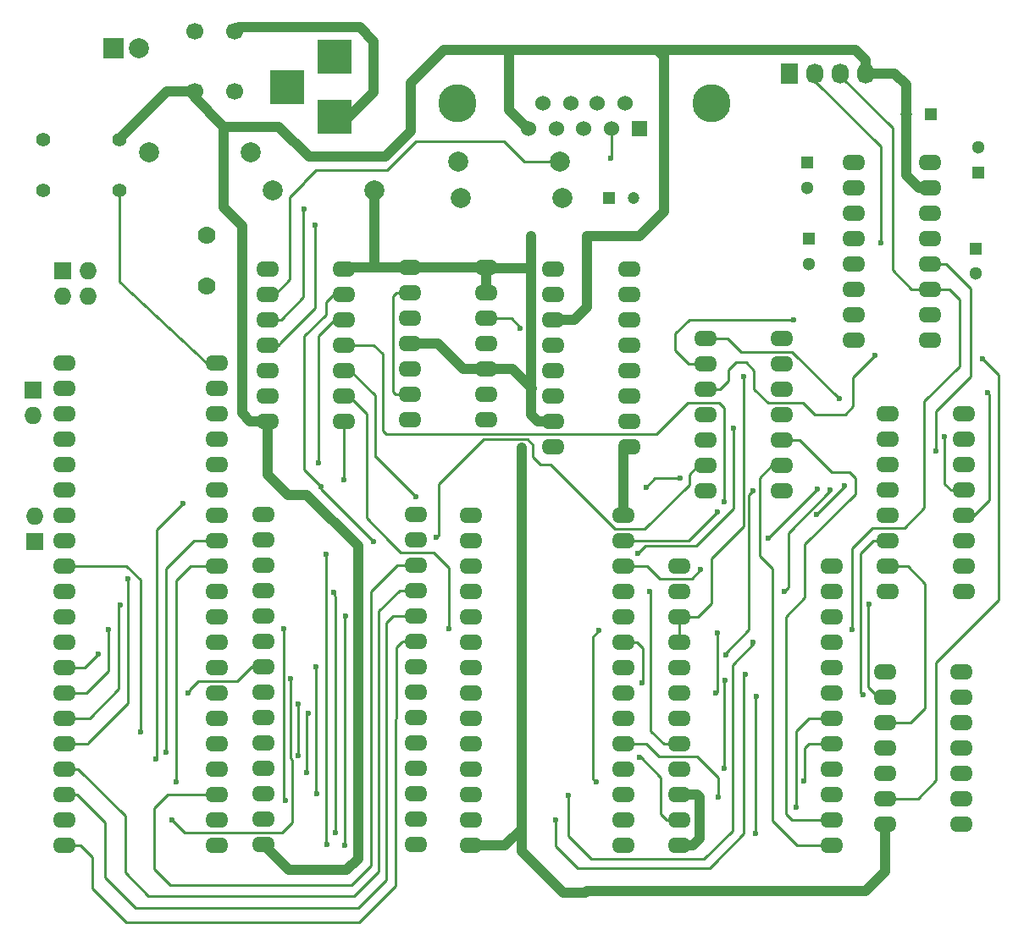
<source format=gbr>
%TF.GenerationSoftware,KiCad,Pcbnew,(6.0.2)*%
%TF.CreationDate,2022-05-20T20:48:01-04:00*%
%TF.ProjectId,MicroUK101,4d696372-6f55-44b3-9130-312e6b696361,rev?*%
%TF.SameCoordinates,Original*%
%TF.FileFunction,Copper,L2,Bot*%
%TF.FilePolarity,Positive*%
%FSLAX46Y46*%
G04 Gerber Fmt 4.6, Leading zero omitted, Abs format (unit mm)*
G04 Created by KiCad (PCBNEW (6.0.2)) date 2022-05-20 20:48:01*
%MOMM*%
%LPD*%
G01*
G04 APERTURE LIST*
%TA.AperFunction,ComponentPad*%
%ADD10R,1.200000X1.200000*%
%TD*%
%TA.AperFunction,ComponentPad*%
%ADD11C,1.200000*%
%TD*%
%TA.AperFunction,ComponentPad*%
%ADD12R,3.500120X3.500120*%
%TD*%
%TA.AperFunction,ComponentPad*%
%ADD13R,1.727200X1.727200*%
%TD*%
%TA.AperFunction,ComponentPad*%
%ADD14O,1.727200X1.727200*%
%TD*%
%TA.AperFunction,ComponentPad*%
%ADD15C,1.998980*%
%TD*%
%TA.AperFunction,ComponentPad*%
%ADD16C,1.397000*%
%TD*%
%TA.AperFunction,ComponentPad*%
%ADD17O,2.300000X1.600000*%
%TD*%
%TA.AperFunction,ComponentPad*%
%ADD18C,1.778000*%
%TD*%
%TA.AperFunction,ComponentPad*%
%ADD19R,2.000000X2.000000*%
%TD*%
%TA.AperFunction,ComponentPad*%
%ADD20C,2.000000*%
%TD*%
%TA.AperFunction,ComponentPad*%
%ADD21R,1.300000X1.300000*%
%TD*%
%TA.AperFunction,ComponentPad*%
%ADD22C,1.300000*%
%TD*%
%TA.AperFunction,ComponentPad*%
%ADD23C,1.700000*%
%TD*%
%TA.AperFunction,ComponentPad*%
%ADD24R,1.727200X2.032000*%
%TD*%
%TA.AperFunction,ComponentPad*%
%ADD25O,1.727200X2.032000*%
%TD*%
%TA.AperFunction,ComponentPad*%
%ADD26C,3.810000*%
%TD*%
%TA.AperFunction,ComponentPad*%
%ADD27R,1.524000X1.524000*%
%TD*%
%TA.AperFunction,ComponentPad*%
%ADD28C,1.524000*%
%TD*%
%TA.AperFunction,ViaPad*%
%ADD29C,0.600000*%
%TD*%
%TA.AperFunction,Conductor*%
%ADD30C,1.000000*%
%TD*%
%TA.AperFunction,Conductor*%
%ADD31C,0.250000*%
%TD*%
%TA.AperFunction,Conductor*%
%ADD32C,0.300000*%
%TD*%
G04 APERTURE END LIST*
D10*
%TO.P,C5,1*%
%TO.N,5V*%
X124460000Y-47447200D03*
D11*
%TO.P,C5,2*%
%TO.N,GND*%
X121960000Y-47447200D03*
%TD*%
D10*
%TO.P,C6,1*%
%TO.N,Net-(C6-Pad1)*%
X92252800Y-55829200D03*
D11*
%TO.P,C6,2*%
%TO.N,Net-(C6-Pad2)*%
X94752800Y-55829200D03*
%TD*%
D12*
%TO.P,CON1,1*%
%TO.N,Net-(CON1-Pad1)*%
X64820800Y-47754540D03*
%TO.P,CON1,2*%
%TO.N,Net-(CON1-Pad2)*%
X64820800Y-41755060D03*
%TO.P,CON1,3*%
%TO.N,unconnected-(CON1-Pad3)*%
X60121800Y-44754800D03*
%TD*%
D13*
%TO.P,P1,1,P1*%
%TO.N,CLOCK*%
X37642800Y-63144400D03*
D14*
%TO.P,P1,2,P2*%
%TO.N,2MHz*%
X40182800Y-63144400D03*
%TO.P,P1,3,P3*%
%TO.N,CLOCK*%
X37642800Y-65684400D03*
%TO.P,P1,4,P4*%
%TO.N,1MHz*%
X40182800Y-65684400D03*
%TD*%
D15*
%TO.P,R1,1*%
%TO.N,5V*%
X68834000Y-55067200D03*
%TO.P,R1,2*%
%TO.N,RESET*%
X58674000Y-55067200D03*
%TD*%
%TO.P,R2,1*%
%TO.N,Net-(C6-Pad2)*%
X87376000Y-52222400D03*
%TO.P,R2,2*%
%TO.N,Net-(R2-Pad2)*%
X77216000Y-52222400D03*
%TD*%
%TO.P,R3,1*%
%TO.N,Net-(R3-Pad1)*%
X77470000Y-55880000D03*
%TO.P,R3,2*%
%TO.N,Net-(C6-Pad1)*%
X87630000Y-55880000D03*
%TD*%
D16*
%TO.P,SW1,1,1*%
%TO.N,RESET*%
X35712400Y-55067200D03*
X43332400Y-55067200D03*
%TO.P,SW1,2,2*%
%TO.N,GND*%
X43332400Y-49987200D03*
X35712400Y-49987200D03*
%TD*%
D17*
%TO.P,U1,1,VSS*%
%TO.N,VSS*%
X37846000Y-72390000D03*
%TO.P,U1,2,RDY*%
%TO.N,5V*%
X37846000Y-74930000D03*
%TO.P,U1,3,01*%
%TO.N,unconnected-(U1-Pad3)*%
X37846000Y-77470000D03*
%TO.P,U1,4,~{IRQ}*%
%TO.N,~{IRQ}*%
X37846000Y-80010000D03*
%TO.P,U1,5,NC*%
%TO.N,unconnected-(U1-Pad5)*%
X37846000Y-82550000D03*
%TO.P,U1,6,~{NMI}*%
%TO.N,~{NMI}*%
X37846000Y-85090000D03*
%TO.P,U1,7,SYNC*%
%TO.N,unconnected-(U1-Pad7)*%
X37846000Y-87630000D03*
%TO.P,U1,8,Vcc*%
%TO.N,5V*%
X37846000Y-90170000D03*
%TO.P,U1,9,A0*%
%TO.N,A0*%
X37846000Y-92710000D03*
%TO.P,U1,10,A1*%
%TO.N,A1*%
X37846000Y-95250000D03*
%TO.P,U1,11,A2*%
%TO.N,A2*%
X37846000Y-97790000D03*
%TO.P,U1,12,A3*%
%TO.N,A3*%
X37846000Y-100330000D03*
%TO.P,U1,13,A4*%
%TO.N,A4*%
X37846000Y-102870000D03*
%TO.P,U1,14,A5*%
%TO.N,A5*%
X37846000Y-105410000D03*
%TO.P,U1,15,A6*%
%TO.N,A6*%
X37846000Y-107950000D03*
%TO.P,U1,16,A7*%
%TO.N,A7*%
X37846000Y-110490000D03*
%TO.P,U1,17,A8*%
%TO.N,A8*%
X37846000Y-113030000D03*
%TO.P,U1,18,A9*%
%TO.N,A9*%
X37846000Y-115570000D03*
%TO.P,U1,19,A10*%
%TO.N,A10*%
X37846000Y-118110000D03*
%TO.P,U1,20,A11*%
%TO.N,A11*%
X37846000Y-120650000D03*
%TO.P,U1,21,GND*%
%TO.N,GND*%
X53086000Y-120650000D03*
%TO.P,U1,22,A12*%
%TO.N,A12*%
X53086000Y-118110000D03*
%TO.P,U1,23,A13*%
%TO.N,A13*%
X53086000Y-115570000D03*
%TO.P,U1,24,A14*%
%TO.N,A14*%
X53086000Y-113030000D03*
%TO.P,U1,25,A15*%
%TO.N,A15*%
X53086000Y-110490000D03*
%TO.P,U1,26,D7*%
%TO.N,D7*%
X53086000Y-107950000D03*
%TO.P,U1,27,D6*%
%TO.N,D6*%
X53086000Y-105410000D03*
%TO.P,U1,28,D5*%
%TO.N,D5*%
X53086000Y-102870000D03*
%TO.P,U1,29,D4*%
%TO.N,D4*%
X53086000Y-100330000D03*
%TO.P,U1,30,D3*%
%TO.N,D3*%
X53086000Y-97790000D03*
%TO.P,U1,31,D2*%
%TO.N,D2*%
X53086000Y-95250000D03*
%TO.P,U1,32,D1*%
%TO.N,D1*%
X53086000Y-92710000D03*
%TO.P,U1,33,D0*%
%TO.N,D0*%
X53086000Y-90170000D03*
%TO.P,U1,34,R/~{W}*%
%TO.N,R{slash}~{W}*%
X53086000Y-87630000D03*
%TO.P,U1,35,NC*%
%TO.N,unconnected-(U1-Pad35)*%
X53086000Y-85090000D03*
%TO.P,U1,36,NC*%
%TO.N,unconnected-(U1-Pad36)*%
X53086000Y-82550000D03*
%TO.P,U1,37,00*%
%TO.N,CLOCK*%
X53086000Y-80010000D03*
%TO.P,U1,38,SO*%
%TO.N,unconnected-(U1-Pad38)*%
X53086000Y-77470000D03*
%TO.P,U1,39,02*%
%TO.N,Phi2*%
X53086000Y-74930000D03*
%TO.P,U1,40,~{RESET}*%
%TO.N,RESET*%
X53086000Y-72390000D03*
%TD*%
%TO.P,U4,1,C1+*%
%TO.N,Net-(C1-Pad1)*%
X116738400Y-52324000D03*
%TO.P,U4,2,V+*%
%TO.N,Net-(C3-Pad1)*%
X116738400Y-54864000D03*
%TO.P,U4,3,C1-*%
%TO.N,Net-(C1-Pad2)*%
X116738400Y-57404000D03*
%TO.P,U4,4,C2+*%
%TO.N,Net-(C2-Pad1)*%
X116738400Y-59944000D03*
%TO.P,U4,5,C2-*%
%TO.N,Net-(C2-Pad2)*%
X116738400Y-62484000D03*
%TO.P,U4,6,V-*%
%TO.N,Net-(C4-Pad2)*%
X116738400Y-65024000D03*
%TO.P,U4,7,T2OUT*%
%TO.N,unconnected-(U4-Pad7)*%
X116738400Y-67564000D03*
%TO.P,U4,8,R2IN*%
%TO.N,unconnected-(U4-Pad8)*%
X116738400Y-70104000D03*
%TO.P,U4,9,R2OUT*%
%TO.N,unconnected-(U4-Pad9)*%
X124358400Y-70104000D03*
%TO.P,U4,10,T2IN*%
%TO.N,unconnected-(U4-Pad10)*%
X124358400Y-67564000D03*
%TO.P,U4,11,T1IN*%
%TO.N,TTL_Tx*%
X124358400Y-65024000D03*
%TO.P,U4,12,R1OUT*%
%TO.N,TTL_Rx*%
X124358400Y-62484000D03*
%TO.P,U4,13,R1IN*%
%TO.N,Rx*%
X124358400Y-59944000D03*
%TO.P,U4,14,T1OUT*%
%TO.N,Tx*%
X124358400Y-57404000D03*
%TO.P,U4,15,GND*%
%TO.N,GND*%
X124358400Y-54864000D03*
%TO.P,U4,16,VCC*%
%TO.N,5V*%
X124358400Y-52324000D03*
%TD*%
%TO.P,U6,1*%
%TO.N,Net-(R2-Pad2)*%
X58166000Y-62941200D03*
%TO.P,U6,2*%
%TO.N,Net-(C6-Pad2)*%
X58166000Y-65481200D03*
%TO.P,U6,3*%
%TO.N,Net-(C6-Pad1)*%
X58166000Y-68021200D03*
%TO.P,U6,4*%
%TO.N,Net-(R3-Pad1)*%
X58166000Y-70561200D03*
%TO.P,U6,5*%
X58166000Y-73101200D03*
%TO.P,U6,6*%
%TO.N,4MHz*%
X58166000Y-75641200D03*
%TO.P,U6,7,GND*%
%TO.N,GND*%
X58166000Y-78181200D03*
%TO.P,U6,8*%
%TO.N,Net-(U11-Pad2)*%
X65786000Y-78181200D03*
%TO.P,U6,9*%
%TO.N,A11*%
X65786000Y-75641200D03*
%TO.P,U6,10*%
%TO.N,CS_ACIA*%
X65786000Y-73101200D03*
%TO.P,U6,11*%
%TO.N,Fxxx*%
X65786000Y-70561200D03*
%TO.P,U6,12*%
%TO.N,Net-(U10-Pad4)*%
X65786000Y-68021200D03*
%TO.P,U6,13*%
%TO.N,R{slash}~{W}*%
X65786000Y-65481200D03*
%TO.P,U6,14,VCC*%
%TO.N,5V*%
X65786000Y-62941200D03*
%TD*%
%TO.P,U7,1,~{MR}*%
%TO.N,Net-(U10-Pad11)*%
X86664800Y-62941200D03*
%TO.P,U7,2,Cp*%
%TO.N,4MHz*%
X86664800Y-65481200D03*
%TO.P,U7,3,P0*%
%TO.N,GND*%
X86664800Y-68021200D03*
%TO.P,U7,4,P1*%
X86664800Y-70561200D03*
%TO.P,U7,5,P2*%
X86664800Y-73101200D03*
%TO.P,U7,6,P3*%
X86664800Y-75641200D03*
%TO.P,U7,7,Cep*%
%TO.N,5V*%
X86664800Y-78181200D03*
%TO.P,U7,8,GND*%
%TO.N,GND*%
X86664800Y-80721200D03*
%TO.P,U7,9,~{Pe}*%
%TO.N,5V*%
X94284800Y-80721200D03*
%TO.P,U7,10,Cet*%
X94284800Y-78181200D03*
%TO.P,U7,11,Q3*%
%TO.N,BAUDCLK*%
X94284800Y-75641200D03*
%TO.P,U7,12,Q2*%
%TO.N,Net-(U10-Pad12)*%
X94284800Y-73101200D03*
%TO.P,U7,13,Q1*%
%TO.N,unconnected-(U7-Pad13)*%
X94284800Y-70561200D03*
%TO.P,U7,14,Q0*%
%TO.N,unconnected-(U7-Pad14)*%
X94284800Y-68021200D03*
%TO.P,U7,15,Tc*%
%TO.N,unconnected-(U7-Pad15)*%
X94284800Y-65481200D03*
%TO.P,U7,16,VCC*%
%TO.N,5V*%
X94284800Y-62941200D03*
%TD*%
%TO.P,U8,1,Cd*%
%TO.N,5V*%
X72390000Y-62839600D03*
%TO.P,U8,2,D*%
%TO.N,2MHz*%
X72390000Y-65379600D03*
%TO.P,U8,3,Cp*%
%TO.N,4MHz*%
X72390000Y-67919600D03*
%TO.P,U8,4,Sd*%
%TO.N,5V*%
X72390000Y-70459600D03*
%TO.P,U8,5,Q*%
%TO.N,unconnected-(U8-Pad5)*%
X72390000Y-72999600D03*
%TO.P,U8,6,~{Q}*%
%TO.N,2MHz*%
X72390000Y-75539600D03*
%TO.P,U8,7,GND*%
%TO.N,GND*%
X72390000Y-78079600D03*
%TO.P,U8,8,~{Q}*%
%TO.N,1MHz*%
X80010000Y-78079600D03*
%TO.P,U8,9,Q*%
%TO.N,unconnected-(U8-Pad9)*%
X80010000Y-75539600D03*
%TO.P,U8,10,Sd*%
%TO.N,5V*%
X80010000Y-72999600D03*
%TO.P,U8,11,Cp*%
%TO.N,2MHz*%
X80010000Y-70459600D03*
%TO.P,U8,12,D*%
%TO.N,1MHz*%
X80010000Y-67919600D03*
%TO.P,U8,13,Cd*%
%TO.N,5V*%
X80010000Y-65379600D03*
%TO.P,U8,14,VCC*%
X80010000Y-62839600D03*
%TD*%
%TO.P,U9,1,A0*%
%TO.N,A12*%
X120142000Y-77470000D03*
%TO.P,U9,2,A1*%
%TO.N,A13*%
X120142000Y-80010000D03*
%TO.P,U9,3,A2*%
%TO.N,A14*%
X120142000Y-82550000D03*
%TO.P,U9,4,E1*%
%TO.N,GND*%
X120142000Y-85090000D03*
%TO.P,U9,5,E2*%
X120142000Y-87630000D03*
%TO.P,U9,6,E3*%
%TO.N,A15*%
X120142000Y-90170000D03*
%TO.P,U9,7,O7*%
%TO.N,Fxxx*%
X120142000Y-92710000D03*
%TO.P,U9,8,GND*%
%TO.N,GND*%
X120142000Y-95250000D03*
%TO.P,U9,9,O6*%
%TO.N,Exxx*%
X127762000Y-95250000D03*
%TO.P,U9,10,O5*%
%TO.N,Dxxx*%
X127762000Y-92710000D03*
%TO.P,U9,11,O4*%
%TO.N,Cxxx*%
X127762000Y-90170000D03*
%TO.P,U9,12,O3*%
%TO.N,Bxxx*%
X127762000Y-87630000D03*
%TO.P,U9,13,O2*%
%TO.N,Axxx*%
X127762000Y-85090000D03*
%TO.P,U9,14,O1*%
%TO.N,9xxx*%
X127762000Y-82550000D03*
%TO.P,U9,15,O0*%
%TO.N,8xxx*%
X127762000Y-80010000D03*
%TO.P,U9,16,VCC*%
%TO.N,5V*%
X127762000Y-77470000D03*
%TD*%
%TO.P,U10,1*%
%TO.N,Axxx*%
X101955600Y-69951600D03*
%TO.P,U10,2*%
%TO.N,Bxxx*%
X101955600Y-72491600D03*
%TO.P,U10,3*%
%TO.N,Net-(U10-Pad3)*%
X101955600Y-75031600D03*
%TO.P,U10,4*%
%TO.N,Net-(U10-Pad4)*%
X101955600Y-77571600D03*
%TO.P,U10,5*%
%TO.N,Phi2*%
X101955600Y-80111600D03*
%TO.P,U10,6*%
%TO.N,~{WRITE}*%
X101955600Y-82651600D03*
%TO.P,U10,7,GND*%
%TO.N,GND*%
X101955600Y-85191600D03*
%TO.P,U10,8*%
%TO.N,~{READ}*%
X109575600Y-85191600D03*
%TO.P,U10,9*%
%TO.N,R{slash}~{W}*%
X109575600Y-82651600D03*
%TO.P,U10,10*%
%TO.N,Phi2*%
X109575600Y-80111600D03*
%TO.P,U10,11*%
%TO.N,Net-(U10-Pad11)*%
X109575600Y-77571600D03*
%TO.P,U10,12*%
%TO.N,Net-(U10-Pad12)*%
X109575600Y-75031600D03*
%TO.P,U10,13*%
%TO.N,BAUDCLK*%
X109575600Y-72491600D03*
%TO.P,U10,14,VCC*%
%TO.N,5V*%
X109575600Y-69951600D03*
%TD*%
%TO.P,U11,1*%
%TO.N,Net-(U11-Pad1)*%
X119888000Y-103276400D03*
%TO.P,U11,2*%
%TO.N,Net-(U11-Pad2)*%
X119888000Y-105816400D03*
%TO.P,U11,3*%
%TO.N,Fxxx*%
X119888000Y-108356400D03*
%TO.P,U11,4*%
%TO.N,CS_ROM*%
X119888000Y-110896400D03*
%TO.P,U11,5*%
%TO.N,Net-(U11-Pad1)*%
X119888000Y-113436400D03*
%TO.P,U11,6*%
%TO.N,Net-(U10-Pad3)*%
X119888000Y-115976400D03*
%TO.P,U11,7,GND*%
%TO.N,GND*%
X119888000Y-118516400D03*
%TO.P,U11,8*%
%TO.N,unconnected-(U11-Pad8)*%
X127508000Y-118516400D03*
%TO.P,U11,9*%
%TO.N,unconnected-(U11-Pad9)*%
X127508000Y-115976400D03*
%TO.P,U11,10*%
%TO.N,unconnected-(U11-Pad10)*%
X127508000Y-113436400D03*
%TO.P,U11,11*%
%TO.N,unconnected-(U11-Pad11)*%
X127508000Y-110896400D03*
%TO.P,U11,12*%
%TO.N,unconnected-(U11-Pad12)*%
X127508000Y-108356400D03*
%TO.P,U11,13*%
%TO.N,unconnected-(U11-Pad13)*%
X127508000Y-105816400D03*
%TO.P,U11,14,VCC*%
%TO.N,5V*%
X127508000Y-103276400D03*
%TD*%
D18*
%TO.P,X1,1,1*%
%TO.N,Net-(R2-Pad2)*%
X52070000Y-59588400D03*
%TO.P,X1,2,2*%
%TO.N,Net-(R3-Pad1)*%
X52070000Y-64668400D03*
%TD*%
D17*
%TO.P,U2,1,A14*%
%TO.N,A14*%
X57759600Y-87528400D03*
%TO.P,U2,2,A12*%
%TO.N,A12*%
X57759600Y-90068400D03*
%TO.P,U2,3,A7*%
%TO.N,A7*%
X57759600Y-92608400D03*
%TO.P,U2,4,A6*%
%TO.N,A6*%
X57759600Y-95148400D03*
%TO.P,U2,5,A5*%
%TO.N,A5*%
X57759600Y-97688400D03*
%TO.P,U2,6,A4*%
%TO.N,A4*%
X57759600Y-100228400D03*
%TO.P,U2,7,A3*%
%TO.N,A3*%
X57759600Y-102768400D03*
%TO.P,U2,8,A2*%
%TO.N,A2*%
X57759600Y-105308400D03*
%TO.P,U2,9,A1*%
%TO.N,A1*%
X57759600Y-107848400D03*
%TO.P,U2,10,A0*%
%TO.N,A0*%
X57759600Y-110388400D03*
%TO.P,U2,11,D0*%
%TO.N,D0*%
X57759600Y-112928400D03*
%TO.P,U2,12,D1*%
%TO.N,D1*%
X57759600Y-115468400D03*
%TO.P,U2,13,D2*%
%TO.N,D2*%
X57759600Y-118008400D03*
%TO.P,U2,14,GND*%
%TO.N,GND*%
X57759600Y-120548400D03*
%TO.P,U2,15,D3*%
%TO.N,D3*%
X72999600Y-120548400D03*
%TO.P,U2,16,D4*%
%TO.N,D4*%
X72999600Y-118008400D03*
%TO.P,U2,17,D5*%
%TO.N,D5*%
X72999600Y-115468400D03*
%TO.P,U2,18,D6*%
%TO.N,D6*%
X72999600Y-112928400D03*
%TO.P,U2,19,D7*%
%TO.N,D7*%
X72999600Y-110388400D03*
%TO.P,U2,20,~{CS}*%
%TO.N,A15*%
X72999600Y-107848400D03*
%TO.P,U2,21,A10*%
%TO.N,A10*%
X72999600Y-105308400D03*
%TO.P,U2,22,~{OE}*%
%TO.N,~{READ}*%
X72999600Y-102768400D03*
%TO.P,U2,23,A11*%
%TO.N,A11*%
X72999600Y-100228400D03*
%TO.P,U2,24,A9*%
%TO.N,A9*%
X72999600Y-97688400D03*
%TO.P,U2,25,A8*%
%TO.N,A8*%
X72999600Y-95148400D03*
%TO.P,U2,26,A13*%
%TO.N,A13*%
X72999600Y-92608400D03*
%TO.P,U2,27,~{WE}*%
%TO.N,~{WRITE}*%
X72999600Y-90068400D03*
%TO.P,U2,28,VCC*%
%TO.N,5V*%
X72999600Y-87528400D03*
%TD*%
%TO.P,U3,1,VPP*%
%TO.N,5V*%
X78435200Y-87630000D03*
%TO.P,U3,2,A12*%
%TO.N,A12*%
X78435200Y-90170000D03*
%TO.P,U3,3,A7*%
%TO.N,A7*%
X78435200Y-92710000D03*
%TO.P,U3,4,A6*%
%TO.N,A6*%
X78435200Y-95250000D03*
%TO.P,U3,5,A5*%
%TO.N,A5*%
X78435200Y-97790000D03*
%TO.P,U3,6,A4*%
%TO.N,A4*%
X78435200Y-100330000D03*
%TO.P,U3,7,A3*%
%TO.N,A3*%
X78435200Y-102870000D03*
%TO.P,U3,8,A2*%
%TO.N,A2*%
X78435200Y-105410000D03*
%TO.P,U3,9,A1*%
%TO.N,A1*%
X78435200Y-107950000D03*
%TO.P,U3,10,A0*%
%TO.N,A0*%
X78435200Y-110490000D03*
%TO.P,U3,11,D0*%
%TO.N,D0*%
X78435200Y-113030000D03*
%TO.P,U3,12,D1*%
%TO.N,D1*%
X78435200Y-115570000D03*
%TO.P,U3,13,D2*%
%TO.N,D2*%
X78435200Y-118110000D03*
%TO.P,U3,14,GND*%
%TO.N,GND*%
X78435200Y-120650000D03*
%TO.P,U3,15,D3*%
%TO.N,D3*%
X93675200Y-120650000D03*
%TO.P,U3,16,D4*%
%TO.N,D4*%
X93675200Y-118110000D03*
%TO.P,U3,17,D5*%
%TO.N,D5*%
X93675200Y-115570000D03*
%TO.P,U3,18,D6*%
%TO.N,D6*%
X93675200Y-113030000D03*
%TO.P,U3,19,D7*%
%TO.N,D7*%
X93675200Y-110490000D03*
%TO.P,U3,20,CE*%
%TO.N,CS_ROM*%
X93675200Y-107950000D03*
%TO.P,U3,21,A10*%
%TO.N,A10*%
X93675200Y-105410000D03*
%TO.P,U3,22,OE*%
%TO.N,~{READ}*%
X93675200Y-102870000D03*
%TO.P,U3,23,A11*%
%TO.N,A11*%
X93675200Y-100330000D03*
%TO.P,U3,24,A9*%
%TO.N,A9*%
X93675200Y-97790000D03*
%TO.P,U3,25,A8*%
%TO.N,A8*%
X93675200Y-95250000D03*
%TO.P,U3,26,A13*%
%TO.N,A13*%
X93675200Y-92710000D03*
%TO.P,U3,27,A14*%
%TO.N,A14*%
X93675200Y-90170000D03*
%TO.P,U3,28,VCC*%
%TO.N,5V*%
X93675200Y-87630000D03*
%TD*%
%TO.P,U5,1,GND*%
%TO.N,GND*%
X99263200Y-92710000D03*
%TO.P,U5,2,Rx*%
%TO.N,TTL_Rx*%
X99263200Y-95250000D03*
%TO.P,U5,3,RxClk*%
%TO.N,BAUDCLK*%
X99263200Y-97790000D03*
%TO.P,U5,4,TxClk*%
X99263200Y-100330000D03*
%TO.P,U5,5,~{RTS}*%
%TO.N,unconnected-(U5-Pad5)*%
X99263200Y-102870000D03*
%TO.P,U5,6,Tx*%
%TO.N,TTL_Tx*%
X99263200Y-105410000D03*
%TO.P,U5,7,~{IRQ}*%
%TO.N,unconnected-(U5-Pad7)*%
X99263200Y-107950000D03*
%TO.P,U5,8,CS0*%
%TO.N,CS_ACIA*%
X99263200Y-110490000D03*
%TO.P,U5,9,~{CS2}*%
%TO.N,A11*%
X99263200Y-113030000D03*
%TO.P,U5,10,CS1*%
%TO.N,5V*%
X99263200Y-115570000D03*
%TO.P,U5,11,RS*%
%TO.N,A0*%
X99263200Y-118110000D03*
%TO.P,U5,12,Vcc*%
%TO.N,5V*%
X99263200Y-120650000D03*
%TO.P,U5,13,R/~{W}*%
%TO.N,R{slash}~{W}*%
X114503200Y-120650000D03*
%TO.P,U5,14,E*%
%TO.N,Phi2*%
X114503200Y-118110000D03*
%TO.P,U5,15,D7*%
%TO.N,D7*%
X114503200Y-115570000D03*
%TO.P,U5,16,D6*%
%TO.N,D6*%
X114503200Y-113030000D03*
%TO.P,U5,17,D5*%
%TO.N,D5*%
X114503200Y-110490000D03*
%TO.P,U5,18,D4*%
%TO.N,D4*%
X114503200Y-107950000D03*
%TO.P,U5,19,D3*%
%TO.N,D3*%
X114503200Y-105410000D03*
%TO.P,U5,20,D2*%
%TO.N,D2*%
X114503200Y-102870000D03*
%TO.P,U5,21,D1*%
%TO.N,D1*%
X114503200Y-100330000D03*
%TO.P,U5,22,D0*%
%TO.N,D0*%
X114503200Y-97790000D03*
%TO.P,U5,23,~{DCD}*%
%TO.N,GND*%
X114503200Y-95250000D03*
%TO.P,U5,24,~{CTS}*%
X114503200Y-92710000D03*
%TD*%
D19*
%TO.P,D1,1,K*%
%TO.N,GND*%
X42722800Y-40894000D03*
D20*
%TO.P,D1,2,A*%
%TO.N,Net-(D1-Pad2)*%
X45262800Y-40894000D03*
%TD*%
D15*
%TO.P,R4,1*%
%TO.N,5V*%
X56489600Y-51308000D03*
%TO.P,R4,2*%
%TO.N,Net-(D1-Pad2)*%
X46329600Y-51308000D03*
%TD*%
D21*
%TO.P,C1,1*%
%TO.N,Net-(C1-Pad1)*%
X112115600Y-52324000D03*
D22*
%TO.P,C1,2*%
%TO.N,Net-(C1-Pad2)*%
X112115600Y-54824000D03*
%TD*%
D21*
%TO.P,C2,1*%
%TO.N,Net-(C2-Pad1)*%
X112217200Y-59944000D03*
D22*
%TO.P,C2,2*%
%TO.N,Net-(C2-Pad2)*%
X112217200Y-62444000D03*
%TD*%
D21*
%TO.P,C3,1*%
%TO.N,Net-(C3-Pad1)*%
X129184400Y-53289200D03*
D22*
%TO.P,C3,2*%
%TO.N,5V*%
X129184400Y-50789200D03*
%TD*%
D21*
%TO.P,C4,1*%
%TO.N,GND*%
X128930400Y-60909200D03*
D22*
%TO.P,C4,2*%
%TO.N,Net-(C4-Pad2)*%
X128930400Y-63409200D03*
%TD*%
D23*
%TO.P,SW2,1,1*%
%TO.N,GND*%
X50850800Y-45212000D03*
%TO.P,SW2,2,2*%
%TO.N,Net-(CON1-Pad2)*%
X50850800Y-39212000D03*
%TO.P,SW2,3,3*%
%TO.N,5V*%
X54850800Y-45212000D03*
%TO.P,SW2,4,4*%
%TO.N,Net-(CON1-Pad1)*%
X54850800Y-39212000D03*
%TD*%
D24*
%TO.P,P2,1,P1*%
%TO.N,5V*%
X110286800Y-43434000D03*
D25*
%TO.P,P2,2,P2*%
%TO.N,TTL_Rx*%
X112826800Y-43434000D03*
%TO.P,P2,3,P3*%
%TO.N,TTL_Tx*%
X115366800Y-43434000D03*
%TO.P,P2,4,P4*%
%TO.N,GND*%
X117906800Y-43434000D03*
%TD*%
D13*
%TO.P,P3,1,P1*%
%TO.N,5V*%
X34696400Y-75082400D03*
D14*
%TO.P,P3,2,P2*%
%TO.N,~{IRQ}*%
X34696400Y-77622400D03*
%TD*%
D13*
%TO.P,P4,1,P1*%
%TO.N,5V*%
X34848800Y-90220800D03*
D14*
%TO.P,P4,2,P2*%
%TO.N,~{NMI}*%
X34848800Y-87680800D03*
%TD*%
D26*
%TO.P,J1,*%
%TO.N,*%
X77139800Y-46380400D03*
X102539800Y-46380400D03*
D27*
%TO.P,J1,1,1*%
%TO.N,unconnected-(J1-Pad1)*%
X95300800Y-48920400D03*
D28*
%TO.P,J1,2,2*%
%TO.N,Rx*%
X92506800Y-48920400D03*
%TO.P,J1,3,3*%
%TO.N,Tx*%
X89712800Y-48920400D03*
%TO.P,J1,4,4*%
%TO.N,unconnected-(J1-Pad4)*%
X87045800Y-48920400D03*
%TO.P,J1,5,5*%
%TO.N,GND*%
X84251800Y-48920400D03*
%TO.P,J1,6,P6*%
%TO.N,unconnected-(J1-Pad6)*%
X93903800Y-46380400D03*
%TO.P,J1,7,P7*%
%TO.N,unconnected-(J1-Pad7)*%
X91109800Y-46380400D03*
%TO.P,J1,8,P8*%
%TO.N,unconnected-(J1-Pad8)*%
X88442800Y-46380400D03*
%TO.P,J1,9,P9*%
%TO.N,unconnected-(J1-Pad9)*%
X85648800Y-46380400D03*
%TD*%
D29*
%TO.N,Net-(C6-Pad1)*%
X61772800Y-56997600D03*
%TO.N,5V*%
X84480400Y-59690000D03*
%TO.N,GND*%
X83515200Y-80873600D03*
%TO.N,Rx*%
X92440800Y-51854400D03*
%TO.N,1MHz*%
X83413600Y-68884800D03*
%TO.N,Net-(R3-Pad1)*%
X62890400Y-58572400D03*
%TO.N,A0*%
X45415200Y-109270800D03*
X95300800Y-111861600D03*
%TO.N,A3*%
X50190400Y-105359200D03*
%TO.N,A4*%
X41198800Y-101498400D03*
%TO.N,A5*%
X42214800Y-99060000D03*
%TO.N,A6*%
X43383200Y-96570800D03*
%TO.N,A7*%
X44145200Y-93980000D03*
%TO.N,A10*%
X60452000Y-103987600D03*
X48564800Y-118059200D03*
%TO.N,A11*%
X103784400Y-112928400D03*
X103835200Y-104140000D03*
X95605600Y-104394000D03*
X76301600Y-98958400D03*
%TO.N,A12*%
X95148400Y-91389200D03*
X64058800Y-120548400D03*
X104698800Y-78892400D03*
X64008000Y-91541600D03*
%TO.N,A13*%
X113131600Y-84988400D03*
X108153200Y-89916000D03*
X101447600Y-93065600D03*
%TO.N,A14*%
X113030000Y-87528400D03*
X103124000Y-87274400D03*
X49682400Y-86410800D03*
X115824000Y-84683600D03*
X46990000Y-111963200D03*
%TO.N,A15*%
X62026800Y-113385600D03*
X62179200Y-107391200D03*
X117652800Y-105562400D03*
%TO.N,D7*%
X103174800Y-115773200D03*
%TO.N,D6*%
X61214000Y-106527600D03*
X61214000Y-111658400D03*
%TO.N,D5*%
X111760000Y-114198400D03*
X62941200Y-102768400D03*
X63042800Y-115468400D03*
%TO.N,D4*%
X110947200Y-116840000D03*
X59893200Y-116128800D03*
X59791600Y-98958400D03*
%TO.N,D3*%
X106934000Y-119430800D03*
X65938400Y-97688400D03*
X65887600Y-120599200D03*
X107035600Y-105714800D03*
%TO.N,D2*%
X86969600Y-118110000D03*
X105867200Y-103530400D03*
X64922400Y-119380000D03*
X64719200Y-95300800D03*
%TO.N,D1*%
X48971200Y-114300000D03*
X88239600Y-115671600D03*
X106680000Y-100330000D03*
%TO.N,D0*%
X91287600Y-99161600D03*
X90982800Y-114300000D03*
X48006000Y-111353600D03*
%TO.N,R{slash}~{W}*%
X68732400Y-90220800D03*
X99364800Y-83921600D03*
X63500000Y-84734400D03*
X96012000Y-84785200D03*
%TO.N,~{READ}*%
X106629200Y-85191600D03*
X103936800Y-101600000D03*
%TO.N,BAUDCLK*%
X105714800Y-73710800D03*
%TO.N,CS_ACIA*%
X96316800Y-95199200D03*
X72948800Y-85750400D03*
%TO.N,Net-(U11-Pad2)*%
X65786000Y-84074000D03*
X118262400Y-96520000D03*
%TO.N,Fxxx*%
X103784400Y-86258400D03*
%TO.N,Net-(U10-Pad4)*%
X63246000Y-82397600D03*
%TO.N,Bxxx*%
X130149600Y-75336400D03*
X110693200Y-68021200D03*
%TO.N,Axxx*%
X125831600Y-79756000D03*
X115265200Y-75946000D03*
%TO.N,Net-(U10-Pad3)*%
X129641600Y-71983600D03*
X118872000Y-71628000D03*
%TO.N,TTL_Rx*%
X119430800Y-60350400D03*
X114401600Y-85090000D03*
X109829600Y-95199200D03*
X124968000Y-81178400D03*
%TO.N,TTL_Tx*%
X116586000Y-99060000D03*
X102971600Y-105410000D03*
X103073200Y-99364800D03*
%TO.N,~{WRITE}*%
X75031600Y-89814400D03*
%TD*%
D30*
%TO.N,Net-(CON1-Pad1)*%
X68757800Y-40157400D02*
X67360800Y-38760400D01*
X68757800Y-45237400D02*
X68757800Y-40157400D01*
X61772800Y-38760400D02*
X67360800Y-38760400D01*
X68757800Y-45237400D02*
X66240660Y-47754540D01*
X55302400Y-38760400D02*
X54850800Y-39212000D01*
X61772800Y-38760400D02*
X55302400Y-38760400D01*
X66240660Y-47754540D02*
X64820800Y-47754540D01*
D31*
%TO.N,Fxxx*%
X103784400Y-76860400D02*
X103784400Y-86258400D01*
X97028000Y-79502000D02*
X100177600Y-76352400D01*
X100177600Y-76352400D02*
X103276400Y-76352400D01*
X70002400Y-79502000D02*
X97028000Y-79502000D01*
X69646800Y-79146400D02*
X70002400Y-79502000D01*
X69646800Y-71475600D02*
X69646800Y-79146400D01*
X68732400Y-70561200D02*
X69646800Y-71475600D01*
X103276400Y-76352400D02*
X103784400Y-76860400D01*
X65786000Y-70561200D02*
X68732400Y-70561200D01*
%TO.N,A14*%
X47040800Y-89052400D02*
X49682400Y-86410800D01*
%TO.N,Net-(C6-Pad1)*%
X61722000Y-65786000D02*
X61722000Y-60604400D01*
X61772800Y-56997600D02*
X61722000Y-56997600D01*
X58166000Y-68021200D02*
X59486800Y-68021200D01*
X61722000Y-60604400D02*
X61722000Y-56997600D01*
X59486800Y-68021200D02*
X61722000Y-65786000D01*
%TO.N,Net-(C6-Pad2)*%
X60350400Y-55778400D02*
X60350400Y-57556400D01*
X58877200Y-65481200D02*
X60350400Y-64008000D01*
X60350400Y-64008000D02*
X60350400Y-57556400D01*
X61798200Y-54330600D02*
X60350400Y-55778400D01*
X61798200Y-54279800D02*
X62992000Y-53086000D01*
X81737200Y-50190400D02*
X83769200Y-52222400D01*
X73101200Y-50190400D02*
X81737200Y-50190400D01*
X72999600Y-50190400D02*
X70104000Y-53086000D01*
X70104000Y-53086000D02*
X62992000Y-53086000D01*
X58166000Y-65481200D02*
X58877200Y-65481200D01*
X87376000Y-52222400D02*
X83769200Y-52222400D01*
X73101200Y-50190400D02*
X72999600Y-50190400D01*
X61798200Y-54330600D02*
X61798200Y-54279800D01*
D30*
%TO.N,5V*%
X100685600Y-120650000D02*
X101346000Y-119989600D01*
X101346000Y-119989600D02*
X101346000Y-115824000D01*
X101346000Y-115824000D02*
X101092000Y-115570000D01*
X101092000Y-115570000D02*
X99263200Y-115570000D01*
X86664800Y-78181200D02*
X85293200Y-78181200D01*
X84531200Y-74930000D02*
X82600800Y-72999600D01*
X82600800Y-72999600D02*
X80010000Y-72999600D01*
X84480400Y-66649600D02*
X84480400Y-74879200D01*
D31*
X84480400Y-74879200D02*
X84531200Y-74930000D01*
D30*
X77724000Y-72999600D02*
X75184000Y-70459600D01*
X75184000Y-70459600D02*
X72390000Y-70459600D01*
X85140800Y-78181200D02*
X84480400Y-77520800D01*
X84480400Y-77520800D02*
X84480400Y-74879200D01*
X94030800Y-80721200D02*
X93675200Y-81076800D01*
X93675200Y-81076800D02*
X93675200Y-87630000D01*
X68834000Y-62839600D02*
X72390000Y-62839600D01*
X68834000Y-62788800D02*
X68834000Y-62839600D01*
X65938400Y-62788800D02*
X65786000Y-62941200D01*
X80010000Y-62839600D02*
X80060800Y-62890400D01*
X80060800Y-62890400D02*
X84480400Y-62890400D01*
X84480400Y-62890400D02*
X84480400Y-59690000D01*
X68834000Y-55067200D02*
X68834000Y-62788800D01*
X80010000Y-65379600D02*
X80010000Y-62839600D01*
X72390000Y-62839600D02*
X80010000Y-62839600D01*
X68834000Y-62788800D02*
X65938400Y-62788800D01*
X84480400Y-66649600D02*
X84480400Y-62890400D01*
X99263200Y-120650000D02*
X100685600Y-120650000D01*
X85293200Y-78181200D02*
X85140800Y-78181200D01*
X80010000Y-72999600D02*
X77724000Y-72999600D01*
X94284800Y-80721200D02*
X94030800Y-80721200D01*
D31*
X86664800Y-78181200D02*
X85699600Y-78181200D01*
D30*
%TO.N,GND*%
X123240800Y-54864000D02*
X121960000Y-53583200D01*
X121960000Y-53583200D02*
X121960000Y-47447200D01*
X43332400Y-49936400D02*
X48056800Y-45212000D01*
X48056800Y-45212000D02*
X50850800Y-45212000D01*
X97739200Y-50088800D02*
X97739200Y-57251600D01*
X97739200Y-57251600D02*
X95300800Y-59690000D01*
X95300800Y-59690000D02*
X90068400Y-59690000D01*
X88798400Y-68021200D02*
X90068400Y-66751200D01*
X90068400Y-66751200D02*
X90068400Y-59690000D01*
X60299600Y-123088400D02*
X65989200Y-123088400D01*
X65989200Y-123088400D02*
X67208400Y-121970800D01*
X67208400Y-121970800D02*
X67208400Y-91287600D01*
X60198000Y-85547200D02*
X58166000Y-83515200D01*
X58166000Y-83515200D02*
X58166000Y-78181200D01*
X50850800Y-45821600D02*
X53594000Y-48564800D01*
X53746400Y-48717200D02*
X53746400Y-56794400D01*
X53746400Y-56794400D02*
X55575200Y-58623200D01*
X56388000Y-78181200D02*
X55575200Y-77368400D01*
X55575200Y-77368400D02*
X55575200Y-58623200D01*
X53594000Y-48564800D02*
X53746400Y-48717200D01*
X67208400Y-90678000D02*
X62077600Y-85547200D01*
X62077600Y-85547200D02*
X60198000Y-85547200D01*
X81889600Y-120650000D02*
X83515200Y-119024400D01*
X83515200Y-119024400D02*
X83515200Y-80873600D01*
X102108000Y-41046400D02*
X116890800Y-41046400D01*
X116890800Y-41046400D02*
X117906800Y-42062400D01*
X117906800Y-42062400D02*
X117906800Y-43434000D01*
X117906800Y-43434000D02*
X117957600Y-43383200D01*
X117957600Y-43383200D02*
X120802400Y-43383200D01*
X120802400Y-43383200D02*
X121960000Y-44540800D01*
X121960000Y-44540800D02*
X121960000Y-47447200D01*
X97739200Y-45720000D02*
X97739200Y-48158400D01*
X97739200Y-41706800D02*
X97078800Y-41046400D01*
X97078800Y-41046400D02*
X82240800Y-41046400D01*
X97739200Y-48158400D02*
X97739200Y-50088800D01*
X84106800Y-48920400D02*
X82240800Y-47054400D01*
X82240800Y-47054400D02*
X82240800Y-41046400D01*
X82240800Y-41046400D02*
X75742800Y-41046400D01*
X89916000Y-125374400D02*
X90068400Y-125222000D01*
X83515200Y-119024400D02*
X83515200Y-121208800D01*
X83515200Y-121208800D02*
X87680800Y-125374400D01*
X58166000Y-78181200D02*
X56388000Y-78181200D01*
X59283600Y-48717200D02*
X53746400Y-48717200D01*
X67208400Y-91287600D02*
X67208400Y-90678000D01*
X72440800Y-44348400D02*
X72440800Y-49174400D01*
X119888000Y-123240800D02*
X119888000Y-118516400D01*
X57759600Y-120548400D02*
X60299600Y-123088400D01*
X75742800Y-41046400D02*
X72440800Y-44348400D01*
X102108000Y-41046400D02*
X97078800Y-41046400D01*
X72440800Y-49174400D02*
X69900800Y-51714400D01*
X84251800Y-48920400D02*
X84106800Y-48920400D01*
X87680800Y-125374400D02*
X89916000Y-125374400D01*
X69900800Y-51714400D02*
X62280800Y-51714400D01*
X86664800Y-68021200D02*
X88798400Y-68021200D01*
X62280800Y-51714400D02*
X59283600Y-48717200D01*
X117906800Y-125222000D02*
X119888000Y-123240800D01*
X124358400Y-54864000D02*
X123240800Y-54864000D01*
D31*
X43332400Y-49987200D02*
X43332400Y-49936400D01*
D30*
X78435200Y-120650000D02*
X81889600Y-120650000D01*
D32*
X50850800Y-45212000D02*
X50850800Y-45821600D01*
D30*
X97739200Y-45720000D02*
X97739200Y-41706800D01*
X90068400Y-125222000D02*
X117906800Y-125222000D01*
D31*
%TO.N,Rx*%
X92440800Y-51854400D02*
X92506800Y-51788400D01*
X92506800Y-51788400D02*
X92506800Y-48920400D01*
%TO.N,2MHz*%
X70967600Y-75539600D02*
X70713600Y-75285600D01*
X70713600Y-75285600D02*
X70713600Y-65684400D01*
X70713600Y-65684400D02*
X71018400Y-65379600D01*
X71018400Y-65379600D02*
X72390000Y-65379600D01*
X72390000Y-75539600D02*
X70967600Y-75539600D01*
%TO.N,1MHz*%
X82499200Y-67919600D02*
X80010000Y-67919600D01*
X83413600Y-68884800D02*
X83439000Y-68859400D01*
X83439000Y-68859400D02*
X82499200Y-67919600D01*
%TO.N,Net-(R3-Pad1)*%
X59537600Y-70256400D02*
X62890400Y-66903600D01*
X62890400Y-66903600D02*
X62890400Y-61620400D01*
X59232800Y-70561200D02*
X59537600Y-70256400D01*
X62890400Y-58572400D02*
X62890400Y-61620400D01*
X58166000Y-70561200D02*
X59232800Y-70561200D01*
%TO.N,A0*%
X44043600Y-92710000D02*
X37846000Y-92710000D01*
X98044000Y-118110000D02*
X99263200Y-118110000D01*
X97434400Y-117500400D02*
X97434400Y-113842800D01*
X97434400Y-113842800D02*
X95453200Y-111861600D01*
X95453200Y-111861600D02*
X95300800Y-111861600D01*
X45415200Y-94081600D02*
X44043600Y-92710000D01*
X98044000Y-118110000D02*
X97434400Y-117500400D01*
X45415200Y-109270800D02*
X45415200Y-94081600D01*
%TO.N,A3*%
X55118000Y-104190800D02*
X56540400Y-102768400D01*
X56540400Y-102768400D02*
X57759600Y-102768400D01*
X51206400Y-104190800D02*
X55118000Y-104190800D01*
X50342800Y-105054400D02*
X50342800Y-105206800D01*
X50342800Y-105206800D02*
X50190400Y-105359200D01*
X51206400Y-104190800D02*
X50342800Y-105054400D01*
%TO.N,A4*%
X37846000Y-102870000D02*
X39827200Y-102870000D01*
X39827200Y-102870000D02*
X41198800Y-101498400D01*
%TO.N,A5*%
X39827200Y-105410000D02*
X37846000Y-105410000D01*
X40030400Y-105410000D02*
X42214800Y-103225600D01*
X42214800Y-103225600D02*
X42214800Y-99060000D01*
X39827200Y-105410000D02*
X40030400Y-105410000D01*
%TO.N,A6*%
X43230800Y-96723200D02*
X43230800Y-105003600D01*
X40335200Y-107950000D02*
X37846000Y-107950000D01*
X40335200Y-107899200D02*
X43230800Y-105003600D01*
X40335200Y-107950000D02*
X40335200Y-107899200D01*
%TO.N,A7*%
X40182800Y-110490000D02*
X37846000Y-110490000D01*
X40182800Y-110388400D02*
X44145200Y-106426000D01*
X44145200Y-106426000D02*
X44145200Y-93980000D01*
X40182800Y-110490000D02*
X40182800Y-110388400D01*
%TO.N,A8*%
X39217600Y-113030000D02*
X43891200Y-117703600D01*
X43891200Y-117703600D02*
X43891200Y-123342400D01*
X43891200Y-123342400D02*
X46253400Y-125704600D01*
X66776600Y-125704600D02*
X69265800Y-123215400D01*
X69265800Y-97332800D02*
X69265800Y-123215400D01*
X69265800Y-97205800D02*
X71323200Y-95148400D01*
X71323200Y-95148400D02*
X72999600Y-95148400D01*
X46253400Y-125704600D02*
X66700400Y-125704600D01*
X66700400Y-125704600D02*
X66776600Y-125704600D01*
X37846000Y-113030000D02*
X39217600Y-113030000D01*
X69265800Y-97332800D02*
X69265800Y-97205800D01*
%TO.N,A9*%
X39116000Y-115570000D02*
X41859200Y-118313200D01*
X41859200Y-118313200D02*
X41859200Y-123850400D01*
X41859200Y-123850400D02*
X44907200Y-126898400D01*
X70713600Y-97688400D02*
X70027800Y-98374200D01*
X70027800Y-98374200D02*
X70027800Y-98933000D01*
X67208400Y-126898400D02*
X70027800Y-124079000D01*
X37846000Y-115570000D02*
X39116000Y-115570000D01*
X44907200Y-126898400D02*
X67208400Y-126898400D01*
X70764400Y-97688400D02*
X70713600Y-97688400D01*
X70027800Y-98933000D02*
X70027800Y-124079000D01*
X72999600Y-97688400D02*
X70764400Y-97688400D01*
%TO.N,A10*%
X59588400Y-119329200D02*
X49834800Y-119329200D01*
X49834800Y-119329200D02*
X48564800Y-118059200D01*
X60452000Y-103987600D02*
X60452000Y-111912400D01*
X60452000Y-111912400D02*
X60604400Y-112064800D01*
X60604400Y-112064800D02*
X60604400Y-118313200D01*
X60604400Y-118313200D02*
X59588400Y-119329200D01*
%TO.N,A11*%
X70967600Y-108000800D02*
X71018400Y-107950000D01*
X71018400Y-107950000D02*
X71018400Y-101752400D01*
X71577200Y-100228400D02*
X72999600Y-100228400D01*
X71526400Y-100279200D02*
X71018400Y-100787200D01*
X71018400Y-100787200D02*
X71018400Y-101752400D01*
X39471600Y-120650000D02*
X40640000Y-121818400D01*
X40640000Y-121818400D02*
X40640000Y-124968000D01*
X40640000Y-124968000D02*
X43992800Y-128320800D01*
X43992800Y-128320800D02*
X67310000Y-128320800D01*
X67310000Y-128320800D02*
X70967600Y-124663200D01*
X70967600Y-124663200D02*
X70967600Y-108000800D01*
X66243200Y-75641200D02*
X68021200Y-77419200D01*
X68021200Y-77419200D02*
X68021200Y-82245200D01*
X70358000Y-90220800D02*
X71475600Y-91338400D01*
X71475600Y-91338400D02*
X74777600Y-91338400D01*
X74777600Y-91338400D02*
X76301600Y-92862400D01*
X76301600Y-92862400D02*
X76301600Y-98958400D01*
X68021200Y-87884000D02*
X70358000Y-90220800D01*
X95046800Y-100330000D02*
X95656400Y-100939600D01*
X95656400Y-100939600D02*
X95656400Y-104343200D01*
X95656400Y-104343200D02*
X95605600Y-104394000D01*
X103835200Y-104140000D02*
X103784400Y-104190800D01*
X103784400Y-104190800D02*
X103784400Y-112928400D01*
X37846000Y-120650000D02*
X39471600Y-120650000D01*
X71577200Y-100228400D02*
X71577200Y-100279200D01*
X68021200Y-82245200D02*
X68021200Y-87884000D01*
X71577200Y-100279200D02*
X71526400Y-100279200D01*
X65786000Y-75641200D02*
X66243200Y-75641200D01*
X93675200Y-100330000D02*
X95046800Y-100330000D01*
%TO.N,A12*%
X95148400Y-91389200D02*
X95910400Y-90627200D01*
X95910400Y-90627200D02*
X100990400Y-90627200D01*
X100990400Y-90627200D02*
X104698800Y-86918800D01*
X104698800Y-86918800D02*
X104698800Y-78892400D01*
X64008000Y-91541600D02*
X64008000Y-120548400D01*
X64058800Y-120548400D02*
X64008000Y-120548400D01*
%TO.N,A13*%
X96113600Y-92710000D02*
X97383600Y-93980000D01*
X97383600Y-93980000D02*
X100431600Y-93980000D01*
X68478400Y-122682000D02*
X66548000Y-124612400D01*
X66548000Y-124612400D02*
X48412400Y-124612400D01*
X68478400Y-95351600D02*
X68478400Y-122682000D01*
X68478400Y-95199200D02*
X71069200Y-92608400D01*
X100533200Y-93980000D02*
X101447600Y-93065600D01*
X110413800Y-87706200D02*
X113131600Y-84988400D01*
X108204000Y-89916000D02*
X108153200Y-89916000D01*
X46837600Y-123037600D02*
X48412400Y-124612400D01*
X46837600Y-116890800D02*
X46837600Y-123037600D01*
X48158400Y-115570000D02*
X53086000Y-115570000D01*
X100431600Y-93980000D02*
X100533200Y-93980000D01*
X110413800Y-87706200D02*
X108204000Y-89916000D01*
X68478400Y-95351600D02*
X68478400Y-95199200D01*
X93675200Y-92710000D02*
X96113600Y-92710000D01*
X46837600Y-116890800D02*
X48158400Y-115570000D01*
X72999600Y-92608400D02*
X71069200Y-92608400D01*
%TO.N,A14*%
X46990000Y-111963200D02*
X47040800Y-111912400D01*
X47040800Y-111912400D02*
X47040800Y-94488000D01*
X100228400Y-90170000D02*
X103124000Y-87274400D01*
X113030000Y-87528400D02*
X115824000Y-84734400D01*
X115824000Y-84734400D02*
X115824000Y-84683600D01*
X47040800Y-94488000D02*
X47040800Y-89052400D01*
X93675200Y-90170000D02*
X100228400Y-90170000D01*
%TO.N,A15*%
X117652800Y-105562400D02*
X117449600Y-105359200D01*
X117449600Y-105359200D02*
X117449600Y-91389200D01*
X117449600Y-91389200D02*
X118668800Y-90170000D01*
X118668800Y-90170000D02*
X120142000Y-90170000D01*
X62179200Y-107391200D02*
X62026800Y-107543600D01*
X62026800Y-107543600D02*
X62026800Y-113385600D01*
%TO.N,D7*%
X96012000Y-110490000D02*
X97282000Y-111760000D01*
X97282000Y-111760000D02*
X101092000Y-111760000D01*
X103174800Y-114198400D02*
X103174800Y-115773200D01*
X103174800Y-113842800D02*
X101092000Y-111760000D01*
X103174800Y-114198400D02*
X103174800Y-113842800D01*
X93675200Y-110490000D02*
X95046800Y-110490000D01*
X95046800Y-110490000D02*
X96012000Y-110490000D01*
%TO.N,D6*%
X61214000Y-111658400D02*
X61214000Y-106527600D01*
%TO.N,D5*%
X111760000Y-114198400D02*
X111861600Y-114096800D01*
X111861600Y-114096800D02*
X111861600Y-110896400D01*
X111861600Y-110896400D02*
X112268000Y-110490000D01*
X112268000Y-110490000D02*
X114503200Y-110490000D01*
X63042800Y-115468400D02*
X62941200Y-115366800D01*
X62941200Y-115366800D02*
X62941200Y-102768400D01*
%TO.N,D4*%
X110947200Y-116840000D02*
X110998000Y-116789200D01*
X110998000Y-116789200D02*
X110998000Y-109220000D01*
X110998000Y-109220000D02*
X112268000Y-107950000D01*
X112268000Y-107950000D02*
X114503200Y-107950000D01*
X59791600Y-115976400D02*
X59893200Y-116128800D01*
X59791600Y-98958400D02*
X59791600Y-115976400D01*
%TO.N,D3*%
X65938400Y-97688400D02*
X65887600Y-97739200D01*
X65887600Y-97739200D02*
X65887600Y-120599200D01*
X107035600Y-105714800D02*
X106934000Y-105816400D01*
X106934000Y-105816400D02*
X106934000Y-110896400D01*
X106934000Y-110896400D02*
X106934000Y-119430800D01*
%TO.N,D2*%
X105714800Y-119481600D02*
X105714800Y-109982000D01*
X64719200Y-95300800D02*
X64922400Y-95859600D01*
X64922400Y-95859600D02*
X64922400Y-119380000D01*
X105867200Y-103530400D02*
X105714800Y-103682800D01*
X105714800Y-103682800D02*
X105714800Y-109982000D01*
X102743000Y-122453400D02*
X105714800Y-119481600D01*
X86969600Y-119735600D02*
X86969600Y-118110000D01*
X86969600Y-120700800D02*
X89154000Y-122885200D01*
X89154000Y-122885200D02*
X90220800Y-122885200D01*
X90220800Y-122885200D02*
X102311200Y-122885200D01*
X102743000Y-122453400D02*
X102311200Y-122885200D01*
X86969600Y-119735600D02*
X86969600Y-120700800D01*
%TO.N,D1*%
X101752400Y-122021600D02*
X104597200Y-119176800D01*
X50444400Y-92710000D02*
X49022000Y-94132400D01*
X49022000Y-94132400D02*
X49022000Y-112623600D01*
X48971200Y-114300000D02*
X49022000Y-114249200D01*
X49022000Y-114249200D02*
X49022000Y-112623600D01*
X90728800Y-122021600D02*
X101752400Y-122021600D01*
X90525600Y-122021600D02*
X88239600Y-119735600D01*
X88239600Y-119735600D02*
X88239600Y-115671600D01*
X104648000Y-102565200D02*
X104597200Y-102616000D01*
X104597200Y-102616000D02*
X104597200Y-108508800D01*
X106730800Y-100380800D02*
X106680000Y-100330000D01*
X90728800Y-122021600D02*
X90525600Y-122021600D01*
X104597200Y-119176800D02*
X104597200Y-108508800D01*
X104648000Y-102565200D02*
X106730800Y-100380800D01*
X53086000Y-92710000D02*
X50444400Y-92710000D01*
%TO.N,D0*%
X50749200Y-90170000D02*
X48006000Y-92913200D01*
X48006000Y-92913200D02*
X48006000Y-111353600D01*
X90982800Y-114300000D02*
X90678000Y-113995200D01*
X90678000Y-113995200D02*
X90678000Y-108864400D01*
X91287600Y-99161600D02*
X90678000Y-99771200D01*
X90678000Y-99771200D02*
X90678000Y-108864400D01*
X53086000Y-90170000D02*
X50749200Y-90170000D01*
%TO.N,R{slash}~{W}*%
X64719200Y-65481200D02*
X63957200Y-66243200D01*
X63957200Y-66243200D02*
X63957200Y-67513200D01*
X63957200Y-67513200D02*
X61772800Y-69697600D01*
X61772800Y-69697600D02*
X61772800Y-83007200D01*
X96012000Y-84785200D02*
X96875600Y-83921600D01*
X96875600Y-83921600D02*
X99364800Y-83921600D01*
X63042800Y-84277200D02*
X63500000Y-84734400D01*
X111048800Y-120650000D02*
X108610400Y-118211600D01*
X108610400Y-118211600D02*
X108610400Y-92964000D01*
X108559600Y-82651600D02*
X107340400Y-83870800D01*
X107340400Y-83870800D02*
X107340400Y-91694000D01*
X107340400Y-91694000D02*
X108610400Y-92964000D01*
X68732400Y-90220800D02*
X63500000Y-84988400D01*
X63500000Y-84988400D02*
X63500000Y-84734400D01*
X109575600Y-82651600D02*
X108559600Y-82651600D01*
X65786000Y-65481200D02*
X64719200Y-65481200D01*
X114503200Y-120650000D02*
X111048800Y-120650000D01*
X63042800Y-84277200D02*
X61772800Y-83007200D01*
%TO.N,Phi2*%
X110540800Y-118110000D02*
X109931200Y-117500400D01*
X109931200Y-117500400D02*
X109931200Y-97739200D01*
X109931200Y-97739200D02*
X111861600Y-95808800D01*
X111861600Y-95808800D02*
X111861600Y-90525600D01*
X111861600Y-90525600D02*
X116890800Y-85496400D01*
X116890800Y-85496400D02*
X116890800Y-83870800D01*
X116890800Y-83870800D02*
X116332000Y-83312000D01*
X116332000Y-83312000D02*
X114554000Y-83312000D01*
X114554000Y-83312000D02*
X111353600Y-80111600D01*
X111353600Y-80111600D02*
X109575600Y-80111600D01*
X114503200Y-118110000D02*
X110540800Y-118110000D01*
%TO.N,~{READ}*%
X103936800Y-101396800D02*
X106273600Y-99060000D01*
X103936800Y-101600000D02*
X103936800Y-101396800D01*
X106629200Y-85191600D02*
X106273600Y-85547200D01*
X106273600Y-85547200D02*
X106273600Y-99060000D01*
%TO.N,BAUDCLK*%
X101193600Y-97790000D02*
X102539800Y-96443800D01*
X105714800Y-87477600D02*
X105714800Y-73710800D01*
X102539800Y-91922600D02*
X105714800Y-88747600D01*
X105714800Y-88747600D02*
X105714800Y-87477600D01*
X99263200Y-97790000D02*
X99263200Y-100330000D01*
X102539800Y-91948000D02*
X102539800Y-91922600D01*
X102539800Y-96443800D02*
X102539800Y-91948000D01*
X99263200Y-97790000D02*
X101193600Y-97790000D01*
%TO.N,CS_ACIA*%
X66395600Y-73101200D02*
X68884800Y-75590400D01*
X68884800Y-75590400D02*
X68884800Y-81788000D01*
X96316800Y-95199200D02*
X96418400Y-95300800D01*
X96418400Y-95300800D02*
X96418400Y-109169200D01*
X96418400Y-109169200D02*
X97739200Y-110490000D01*
X97739200Y-110490000D02*
X99263200Y-110490000D01*
X68986400Y-81788000D02*
X72948800Y-85750400D01*
X65786000Y-73101200D02*
X66395600Y-73101200D01*
X68884800Y-81788000D02*
X68986400Y-81788000D01*
%TO.N,Net-(U11-Pad2)*%
X65786000Y-84074000D02*
X65786000Y-78181200D01*
X118262400Y-96520000D02*
X118211600Y-96570800D01*
X118211600Y-96570800D02*
X118211600Y-104800400D01*
X118211600Y-104800400D02*
X119227600Y-105816400D01*
X119227600Y-105816400D02*
X119888000Y-105816400D01*
%TO.N,Fxxx*%
X122428000Y-108356400D02*
X123850400Y-106934000D01*
X123850400Y-106934000D02*
X123850400Y-94437200D01*
X123850400Y-94437200D02*
X122123200Y-92710000D01*
X122123200Y-92710000D02*
X120142000Y-92710000D01*
X119888000Y-108356400D02*
X122428000Y-108356400D01*
%TO.N,Net-(U10-Pad4)*%
X64871600Y-68021200D02*
X63246000Y-69646800D01*
X63246000Y-69646800D02*
X63246000Y-82397600D01*
X65786000Y-68021200D02*
X64871600Y-68021200D01*
%TO.N,Bxxx*%
X100228400Y-72491600D02*
X98856800Y-71120000D01*
X98856800Y-71120000D02*
X98856800Y-69596000D01*
X130149600Y-75336400D02*
X130302000Y-75488800D01*
X130302000Y-75488800D02*
X130302000Y-86055200D01*
X130302000Y-86055200D02*
X128727200Y-87630000D01*
X128727200Y-87630000D02*
X127762000Y-87630000D01*
X98856800Y-69443600D02*
X100279200Y-68021200D01*
X100279200Y-68021200D02*
X110693200Y-68021200D01*
X101955600Y-72491600D02*
X100228400Y-72491600D01*
X98856800Y-69596000D02*
X98856800Y-69443600D01*
%TO.N,Axxx*%
X126441200Y-85090000D02*
X127762000Y-85090000D01*
X125831600Y-84480400D02*
X126441200Y-85090000D01*
X104140000Y-69951600D02*
X104038400Y-69951600D01*
X105460800Y-71272400D02*
X104140000Y-69951600D01*
X110591600Y-71272400D02*
X115265200Y-75946000D01*
X105460800Y-71272400D02*
X110591600Y-71272400D01*
X101955600Y-69951600D02*
X104038400Y-69951600D01*
X125831600Y-84480400D02*
X125831600Y-79756000D01*
%TO.N,Net-(U10-Pad3)*%
X123139200Y-115976400D02*
X124968000Y-114147600D01*
X124968000Y-114147600D02*
X124968000Y-102311200D01*
X124968000Y-102311200D02*
X131216400Y-96062800D01*
X131216400Y-96062800D02*
X131216400Y-73558400D01*
X131216400Y-73558400D02*
X129641600Y-71983600D01*
X118872000Y-71628000D02*
X116687600Y-73812400D01*
X116687600Y-73812400D02*
X116687600Y-76708000D01*
X116687600Y-76708000D02*
X115874800Y-77520800D01*
X115874800Y-77520800D02*
X112826800Y-77520800D01*
X112826800Y-77520800D02*
X111658400Y-76352400D01*
X111658400Y-76352400D02*
X108153200Y-76352400D01*
X108153200Y-76352400D02*
X106781600Y-74980800D01*
X106781600Y-74980800D02*
X106781600Y-73101200D01*
X106781600Y-73101200D02*
X105968800Y-72288400D01*
X105968800Y-72288400D02*
X105003600Y-72288400D01*
X105003600Y-72288400D02*
X104241600Y-73050400D01*
X104241600Y-73050400D02*
X104241600Y-74117200D01*
X104241600Y-74117200D02*
X103327200Y-75031600D01*
X103327200Y-75031600D02*
X101955600Y-75031600D01*
X119888000Y-115976400D02*
X123139200Y-115976400D01*
%TO.N,TTL_Rx*%
X112877600Y-44145200D02*
X119430800Y-50698400D01*
X119430800Y-50698400D02*
X119430800Y-60350400D01*
X114401600Y-85191600D02*
X114401600Y-85090000D01*
X125984000Y-62484000D02*
X124358400Y-62484000D01*
X128447800Y-64947800D02*
X125984000Y-62484000D01*
X128447800Y-73685400D02*
X128270000Y-73863200D01*
X110210600Y-89382600D02*
X114401600Y-85191600D01*
X110210600Y-94818200D02*
X109829600Y-95199200D01*
X124968000Y-77165200D02*
X125526800Y-76606400D01*
X125526800Y-76606400D02*
X128270000Y-73863200D01*
X124968000Y-81178400D02*
X124968000Y-77165200D01*
X110210600Y-89382600D02*
X110210600Y-94818200D01*
X112877600Y-43434000D02*
X112877600Y-44145200D01*
X128447800Y-64947800D02*
X128447800Y-73685400D01*
%TO.N,TTL_Tx*%
X115417600Y-43688000D02*
X120599200Y-48869600D01*
X120599200Y-48869600D02*
X120599200Y-63093600D01*
X120599200Y-63093600D02*
X122504200Y-64998600D01*
X122529600Y-65024000D02*
X124358400Y-65024000D01*
X127304800Y-66040000D02*
X126288800Y-65024000D01*
X124358400Y-65024000D02*
X126288800Y-65024000D01*
X127304800Y-72390000D02*
X127304800Y-66040000D01*
X127304800Y-72694800D02*
X123799600Y-76200000D01*
X123799600Y-76200000D02*
X123799600Y-78079600D01*
X122504200Y-64998600D02*
X122529600Y-65024000D01*
X116586000Y-98094800D02*
X116586000Y-90881200D01*
X116586000Y-90881200D02*
X118618000Y-88849200D01*
X118618000Y-88849200D02*
X121818400Y-88849200D01*
X121818400Y-88849200D02*
X123799600Y-86868000D01*
X123799600Y-86868000D02*
X123799600Y-84480400D01*
X102971600Y-105410000D02*
X103073200Y-105308400D01*
X103073200Y-105308400D02*
X103073200Y-99364800D01*
X116586000Y-99060000D02*
X116586000Y-98094800D01*
X123799600Y-78079600D02*
X123799600Y-84480400D01*
X115417600Y-43434000D02*
X115417600Y-43688000D01*
X127304800Y-72390000D02*
X127304800Y-72694800D01*
%TO.N,RESET*%
X52070000Y-72390000D02*
X43332400Y-64211200D01*
X43332400Y-64211200D02*
X43332400Y-55067200D01*
X53086000Y-72390000D02*
X52070000Y-72390000D01*
%TO.N,~{WRITE}*%
X75031600Y-89814400D02*
X75234800Y-89611200D01*
X75234800Y-89611200D02*
X75234800Y-84480400D01*
X75234800Y-84480400D02*
X79705200Y-80010000D01*
X79705200Y-80010000D02*
X84124800Y-80010000D01*
X84124800Y-80010000D02*
X84683600Y-80568800D01*
X84683600Y-80568800D02*
X84683600Y-81788000D01*
X84683600Y-81788000D02*
X85394800Y-82499200D01*
X85394800Y-82499200D02*
X86410800Y-82499200D01*
X86410800Y-82499200D02*
X92862400Y-88950800D01*
X92862400Y-88950800D02*
X95859600Y-88950800D01*
X95859600Y-88950800D02*
X100279200Y-84531200D01*
X100279200Y-84531200D02*
X100279200Y-83515200D01*
X100279200Y-83515200D02*
X101142800Y-82651600D01*
X101142800Y-82651600D02*
X101955600Y-82651600D01*
%TD*%
M02*

</source>
